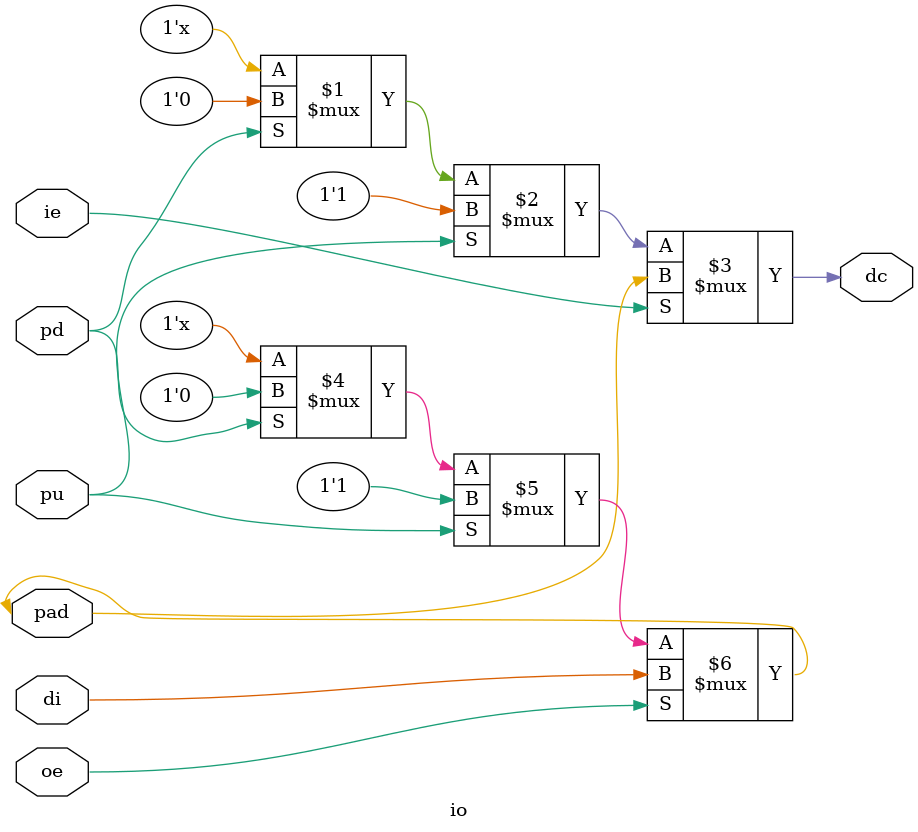
<source format=v>
module io (pad, dc, di, ie, oe, pu, pd);
inout pad;
output dc;
input di, ie, oe, pu, pd;
`ifdef SMIC55

//Input&Inout
wire        POC = 1'd1;
wire        VDDAON_OK_HV = 1'd1;
wire        IOLATCH_HV = 1'd1;
wire        DS_HV = 1'd0;
wire        DI = di;
wire        OE = oe;
wire        IE = ie;
wire        IS = 1'd0;
wire        PE = 1'd1;
wire        PS = 1'd1;
wire  [1:0] DR = 2'd2;
//Output
wire       DC;

GPIO1RT_33_5T_XR
u_io
(
//Input&Inout
 . POC ( POC ),
 . VDDAON_OK_HV ( VDDAON_OK_HV ),
 . IOLATCH_HV ( IOLATCH_HV ),
 . DS_HV ( DS_HV ),
 . DI ( DI ),
 . OE ( OE ),
 . IE ( IE ),
 . IS ( IS ),
 . PE ( PE ),
 . PS ( PS ),
 . DR ( DR ),
 . YAR (),
 . YA (),
 . PAD (pad),
//Output
 . DC (dc)
);

`elsif SAED32
B4I1025_NS u_io (.PADIO(pad),.PULL_UP(pu),.EN(oe),.DOUT(dc),.DIN(di),.PULL_DOWN(pd),.R_EN(ie));
`else 
assign dc = ie ? pad : pu ? 1'b1 : pd ? 1'b0 : 1'bz;
assign pad = oe ? di : pu ? 1'b1 : pd ? 1'b0 : 1'bz;
`endif
endmodule

</source>
